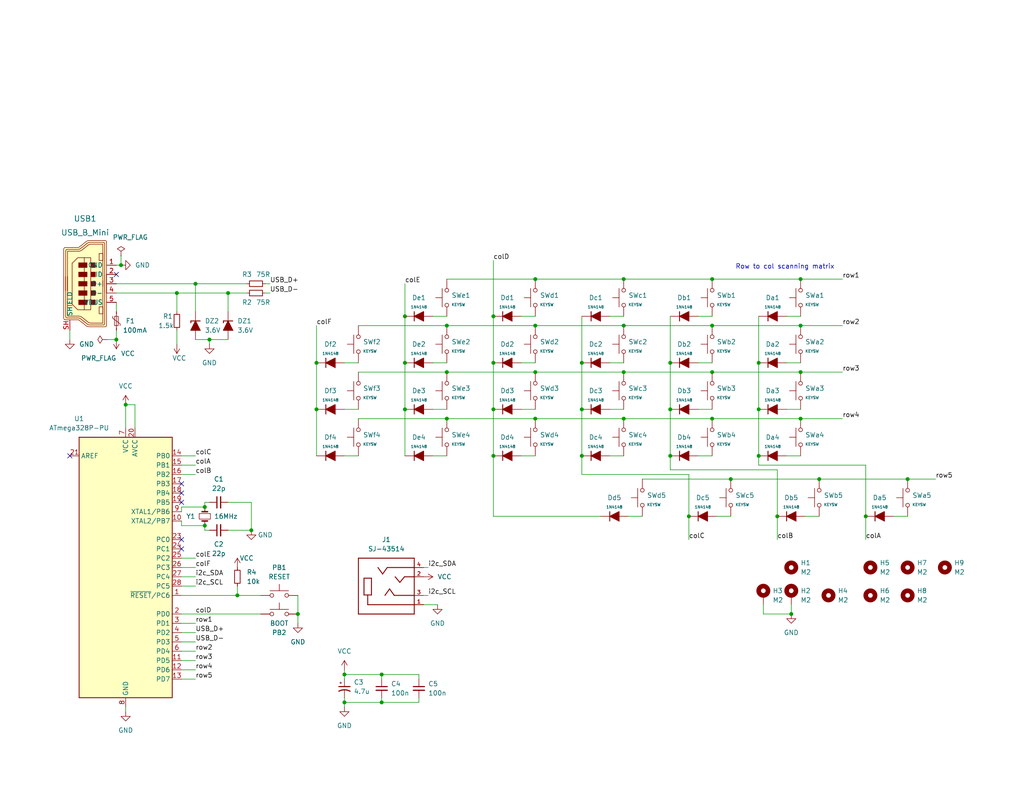
<source format=kicad_sch>
(kicad_sch (version 20211123) (generator eeschema)
  (paper "USLetter")
  (title_block (title "BlueJay Left"))
  (lib_symbols
    (symbol "BlueJaySymbolLibrary:0548190519" (pin_names (offset 1.016))
      (property "Reference" "J" (at -5.715 12.7 0))
      (property "Value" "0548190519" (at -8.255 -5.715 90))
      (symbol "0548190519_1_1"
        (pin passive line (at 7.62 5.08 180) (length 2.667) (name "GND") (number "1"))
        (pin passive line (at 7.62 2.54 180) (length 2.667) (name "ID") (number "2"))
        (pin passive line (at 7.62 0 180) (length 2.667) (name "D+") (number "3"))
        (pin passive line (at 7.62 -2.54 180) (length 2.667) (name "D-") (number "4"))
        (pin passive line (at 7.62 -5.08 180) (length 2.667) (name "VBUS") (number "5"))
        (pin passive line (at -5.08 -12.7 90) (length 2.794) (name "SHIELD") (number "SH"))
      )
    )
    (symbol "BlueJaySymbolLibrary:ATmega328P-PU"
      (property "Reference" "U" (at -12.7 36.83 0))
      (property "Value" "ATmega328P-PU" (at 2.54 -36.83 0))
      (symbol "ATmega328P-PU_1_1"
        (pin bidirectional line (at 15.24 -7.62 180) (length 2.54) (name "~{RESET}/PC6") (number "1"))
        (pin bidirectional line (at 15.24 12.7 180) (length 2.54) (name "XTAL2/PB7") (number "10"))
        (pin bidirectional line (at 15.24 -25.4 180) (length 2.54) (name "PD5") (number "11"))
        (pin bidirectional line (at 15.24 -27.94 180) (length 2.54) (name "PD6") (number "12"))
        (pin bidirectional line (at 15.24 -30.48 180) (length 2.54) (name "PD7") (number "13"))
        (pin bidirectional line (at 15.24 30.48 180) (length 2.54) (name "PB0") (number "14"))
        (pin bidirectional line (at 15.24 27.94 180) (length 2.54) (name "PB1") (number "15"))
        (pin bidirectional line (at 15.24 25.4 180) (length 2.54) (name "PB2") (number "16"))
        (pin bidirectional line (at 15.24 22.86 180) (length 2.54) (name "PB3") (number "17"))
        (pin bidirectional line (at 15.24 20.32 180) (length 2.54) (name "PB4") (number "18"))
        (pin bidirectional line (at 15.24 17.78 180) (length 2.54) (name "PB5") (number "19"))
        (pin bidirectional line (at 15.24 -12.7 180) (length 2.54) (name "PD0") (number "2"))
        (pin power_in line (at 2.54 38.1 270) (length 2.54) (name "AVCC") (number "20"))
        (pin passive line (at -15.24 30.48 0) (length 2.54) (name "AREF") (number "21"))
        (pin passive line (at 0 -38.1 90) (length 2.54) hide (name "GND") (number "22"))
        (pin bidirectional line (at 15.24 7.62 180) (length 2.54) (name "PC0") (number "23"))
        (pin bidirectional line (at 15.24 5.08 180) (length 2.54) (name "PC1") (number "24"))
        (pin bidirectional line (at 15.24 2.54 180) (length 2.54) (name "PC2") (number "25"))
        (pin bidirectional line (at 15.24 0 180) (length 2.54) (name "PC3") (number "26"))
        (pin bidirectional line (at 15.24 -2.54 180) (length 2.54) (name "PC4") (number "27"))
        (pin bidirectional line (at 15.24 -5.08 180) (length 2.54) (name "PC5") (number "28"))
        (pin bidirectional line (at 15.24 -15.24 180) (length 2.54) (name "PD1") (number "3"))
        (pin bidirectional line (at 15.24 -17.78 180) (length 2.54) (name "PD2") (number "4"))
        (pin bidirectional line (at 15.24 -20.32 180) (length 2.54) (name "PD3") (number "5"))
        (pin bidirectional line (at 15.24 -22.86 180) (length 2.54) (name "PD4") (number "6"))
        (pin power_in line (at 0 38.1 270) (length 2.54) (name "VCC") (number "7"))
        (pin power_in line (at 0 -38.1 90) (length 2.54) (name "GND") (number "8"))
        (pin bidirectional line (at 15.24 15.24 180) (length 2.54) (name "XTAL1/PB6") (number "9"))
      )
    )
    (symbol "BlueJaySymbolLibrary:C_Small" (pin_numbers hide) (pin_names (offset 0.254) hide)
      (property "Reference" "C" (at 0.254 1.778 0))
      (property "Value" "C_Small" (at 0.254 -2.032 0))
      (symbol "C_Small_1_1"
        (pin passive line (at 0 2.54 270) (length 2.032) (name "~") (number "1"))
        (pin passive line (at 0 -2.54 90) (length 2.032) (name "~") (number "2"))
      )
    )
    (symbol "BlueJaySymbolLibrary:Device_CP1_Small" (pin_numbers hide) (pin_names (offset 0.254) hide)
      (property "Reference" "C" (at 0.254 1.778 0))
      (property "Value" "Device_CP1_Small" (at 0.254 -2.032 0))
      (symbol "Device_CP1_Small_1_1"
        (pin passive line (at 0 2.54 270) (length 2.032) (name "~") (number "1"))
        (pin passive line (at 0 -2.54 90) (length 2.032) (name "~") (number "2"))
      )
    )
    (symbol "BlueJaySymbolLibrary:Device_Crystal_Small" (pin_numbers hide) (pin_names (offset 1.016) hide)
      (property "Reference" "Y" (at 0 2.54 0))
      (property "Value" "Device_Crystal_Small" (at 0 -2.54 0))
      (symbol "Device_Crystal_Small_1_1"
        (pin passive line (at -2.54 0 0) (length 1.27) (name "1") (number "1"))
        (pin passive line (at 2.54 0 180) (length 1.27) (name "2") (number "2"))
      )
    )
    (symbol "BlueJaySymbolLibrary:Device_Polyfuse_Small" (pin_numbers hide) (pin_names (offset 0))
      (property "Reference" "F" (at -1.905 0 90))
      (property "Value" "Device_Polyfuse_Small" (at 1.905 0 90))
      (symbol "Device_Polyfuse_Small_1_1"
        (pin passive line (at 0 2.54 270) (length 0.635) (name "~") (number "1"))
        (pin passive line (at 0 -2.54 90) (length 0.635) (name "~") (number "2"))
      )
    )
    (symbol "BlueJaySymbolLibrary:Device_R_Small" (pin_numbers hide) (pin_names (offset 0.254) hide)
      (property "Reference" "R" (at 0.762 0.508 0))
      (property "Value" "Device_R_Small" (at 0.762 -1.016 0))
      (symbol "Device_R_Small_1_1"
        (pin passive line (at 0 2.54 270) (length 0.762) (name "~") (number "1"))
        (pin passive line (at 0 -2.54 90) (length 0.762) (name "~") (number "2"))
      )
    )
    (symbol "BlueJaySymbolLibrary:SJ-43514" (pin_names (offset 1.016) hide)
      (property "Reference" "J" (at -7.62 8.382 0))
      (property "Value" "SJ-43514" (at -7.62 -10.16 0))
      (symbol "SJ-43514_0_0"
        (pin passive line (at 10.16 -5.08 180) (length 2.54) (name "~") (number "1"))
        (pin passive line (at 10.16 2.54 180) (length 2.54) (name "~") (number "2"))
        (pin passive line (at 10.16 -2.54 180) (length 2.54) (name "~") (number "3"))
        (pin passive line (at 10.16 5.08 180) (length 2.54) (name "~") (number "4"))
      )
    )
    (symbol "BlueJaySymbolLibrary:Switch_SW_Push" (pin_numbers hide) (pin_names (offset 1.016) hide)
      (property "Reference" "SW" (at 1.27 2.54 0))
      (property "Value" "Switch_SW_Push" (at 0 -1.524 0))
      (symbol "Switch_SW_Push_0_1"
        (pin passive line (at -5.08 0 0) (length 2.54) (name "1") (number "1"))
        (pin passive line (at 5.08 0 180) (length 2.54) (name "2") (number "2"))
      )
    )
    (symbol "Diode_AKL:1N4148" (pin_numbers hide) (pin_names (offset 1.016) hide)
      (property "Reference" "D" (at 0 5.08 0))
      (property "Value" "1N4148" (at 0 2.54 0))
      (symbol "1N4148_1_1"
        (pin passive line (at 3.81 0 180) (length 2.54) (name "K") (number "1"))
        (pin passive line (at -3.81 0 0) (length 2.54) (name "A") (number "2"))
      )
    )
    (symbol "Diode_Zener_AKL:BZX79-C3V6" (pin_numbers hide) (pin_names (offset 1.016) hide)
      (property "Reference" "DZ" (at 0 5.08 0))
      (property "Value" "BZX79-C3V6" (at 0 2.54 0))
      (symbol "BZX79-C3V6_1_1"
        (pin passive line (at 3.81 0 180) (length 2.54) (name "K") (number "1"))
        (pin passive line (at -3.81 0 0) (length 2.54) (name "A") (number "2"))
      )
    )
    (symbol "Mechanical:MountingHole" (pin_numbers hide) (pin_names (offset 1.016) hide)
      (property "Reference" "H" (at 0 5.08 0))
      (property "Value" "MountingHole" (at 0 3.175 0))
    )
    (symbol "Mechanical:MountingHole_Pad" (pin_numbers hide) (pin_names (offset 1.016) hide)
      (property "Reference" "H" (at 0 6.35 0))
      (property "Value" "MountingHole_Pad" (at 0 4.445 0))
      (symbol "MountingHole_Pad_1_1"
        (pin input line (at 0 -2.54 90) (length 2.54) (name "1") (number "1"))
      )
    )
    (symbol "power:GND" (power) (pin_names (offset 0))
      (property "Value" "GND" (at 0 -3.81 0))
      (symbol "GND_1_1"
        (pin power_in line (at 0 0 270) (length 0) hide (name "GND") (number "1"))
      )
    )
    (symbol "power:PWR_FLAG" (power) (pin_numbers hide) (pin_names (offset 0) hide)
      (property "Value" "PWR_FLAG" (at 0 3.81 0))
      (symbol "PWR_FLAG_0_0"
        (pin power_out line (at 0 0 90) (length 0) (name "pwr") (number "1"))
      )
    )
    (symbol "power:VCC" (power) (pin_names (offset 0))
      (property "Value" "VCC" (at 0 3.81 0))
      (symbol "VCC_1_1"
        (pin power_in line (at 0 0 90) (length 0) hide (name "VCC") (number "1"))
      )
    )
  )
  (junction (at 31.75 92.71))
  (junction (at 48.26 80.01))
  (junction (at 146.05 101.6))
  (junction (at 33.02 72.39))
  (junction (at 121.92 114.3))
  (junction (at 93.98 184.15))
  (junction (at 170.18 76.2))
  (junction (at 218.44 114.3))
  (junction (at 134.62 99.06))
  (junction (at 81.28 167.64))
  (junction (at 218.44 101.6))
  (junction (at 207.01 99.06))
  (junction (at 121.92 88.9))
  (junction (at 62.23 80.01))
  (junction (at 236.22 140.97))
  (junction (at 170.18 114.3))
  (junction (at 182.88 99.06))
  (junction (at 182.88 124.46))
  (junction (at 194.31 88.9))
  (junction (at 218.44 76.2))
  (junction (at 104.14 184.15))
  (junction (at 207.01 124.46))
  (junction (at 134.62 124.46))
  (junction (at 146.05 88.9))
  (junction (at 247.65 130.81))
  (junction (at 57.15 92.71))
  (junction (at 218.44 88.9))
  (junction (at 53.34 77.47))
  (junction (at 170.18 101.6))
  (junction (at 194.31 114.3))
  (junction (at 64.77 162.56))
  (junction (at 68.58 144.78))
  (junction (at 146.05 114.3))
  (junction (at 55.88 138.43))
  (junction (at 134.62 86.36))
  (junction (at 86.36 111.76))
  (junction (at 223.52 130.81))
  (junction (at 86.36 99.06))
  (junction (at 194.31 76.2))
  (junction (at 104.14 191.77))
  (junction (at 199.39 130.81))
  (junction (at 110.49 86.36))
  (junction (at 146.05 76.2))
  (junction (at 194.31 101.6))
  (junction (at 93.98 191.77))
  (junction (at 121.92 101.6))
  (junction (at 182.88 111.76))
  (junction (at 215.9 167.64))
  (junction (at 207.01 111.76))
  (junction (at 134.62 111.76))
  (junction (at 187.96 140.97))
  (junction (at 212.09 140.97))
  (junction (at 34.29 110.49))
  (junction (at 158.75 111.76))
  (junction (at 158.75 99.06))
  (junction (at 158.75 124.46))
  (junction (at 110.49 111.76))
  (junction (at 110.49 99.06))
  (junction (at 170.18 88.9))
  (junction (at 55.88 143.51))
  (no_connect (at 49.53 137.16))
  (no_connect (at 49.53 132.08))
  (no_connect (at 49.53 134.62))
  (no_connect (at 49.53 147.32))
  (no_connect (at 49.53 149.86))
  (no_connect (at 19.05 124.46))
  (no_connect (at 31.75 74.93))
  (wire (pts (xy 118.11 99.06) (xy 121.92 99.06)))
  (wire (pts (xy 207.01 99.06) (xy 207.01 111.76)))
  (wire (pts (xy 146.05 76.2) (xy 170.18 76.2)))
  (wire (pts (xy 93.98 111.76) (xy 97.79 111.76)))
  (wire (pts (xy 68.58 137.16) (xy 68.58 144.78)))
  (wire (pts (xy 57.15 92.71) (xy 57.15 93.98)))
  (wire (pts (xy 93.98 124.46) (xy 97.79 124.46)))
  (wire (pts (xy 36.83 110.49) (xy 34.29 110.49)))
  (wire (pts (xy 158.75 124.46) (xy 158.75 129.54)))
  (wire (pts (xy 48.26 90.17) (xy 48.26 93.98)))
  (wire (pts (xy 49.53 124.46) (xy 53.34 124.46)))
  (wire (pts (xy 208.28 167.64) (xy 215.9 167.64)))
  (wire (pts (xy 93.98 184.15) (xy 93.98 185.42)))
  (wire (pts (xy 49.53 138.43) (xy 49.53 139.7)))
  (wire (pts (xy 114.3 184.15) (xy 114.3 185.42)))
  (wire (pts (xy 187.96 129.54) (xy 187.96 140.97)))
  (wire (pts (xy 236.22 127) (xy 236.22 140.97)))
  (wire (pts (xy 93.98 99.06) (xy 97.79 99.06)))
  (wire (pts (xy 72.39 80.01) (xy 73.66 80.01)))
  (wire (pts (xy 142.24 99.06) (xy 146.05 99.06)))
  (wire (pts (xy 218.44 88.9) (xy 229.87 88.9)))
  (wire (pts (xy 146.05 114.3) (xy 170.18 114.3)))
  (wire (pts (xy 115.57 154.94) (xy 116.84 154.94)))
  (wire (pts (xy 166.37 86.36) (xy 170.18 86.36)))
  (wire (pts (xy 214.63 124.46) (xy 218.44 124.46)))
  (wire (pts (xy 134.62 111.76) (xy 134.62 124.46)))
  (wire (pts (xy 49.53 182.88) (xy 53.34 182.88)))
  (wire (pts (xy 223.52 130.81) (xy 247.65 130.81)))
  (wire (pts (xy 194.31 101.6) (xy 218.44 101.6)))
  (wire (pts (xy 190.5 99.06) (xy 194.31 99.06)))
  (wire (pts (xy 93.98 191.77) (xy 93.98 193.04)))
  (wire (pts (xy 55.88 138.43) (xy 49.53 138.43)))
  (wire (pts (xy 31.75 80.01) (xy 48.26 80.01)))
  (wire (pts (xy 207.01 127) (xy 236.22 127)))
  (wire (pts (xy 199.39 130.81) (xy 175.26 130.81)))
  (wire (pts (xy 142.24 124.46) (xy 146.05 124.46)))
  (wire (pts (xy 86.36 111.76) (xy 86.36 124.46)))
  (wire (pts (xy 236.22 140.97) (xy 236.22 147.32)))
  (wire (pts (xy 72.39 77.47) (xy 73.66 77.47)))
  (wire (pts (xy 194.31 76.2) (xy 218.44 76.2)))
  (wire (pts (xy 53.34 92.71) (xy 57.15 92.71)))
  (wire (pts (xy 207.01 111.76) (xy 207.01 124.46)))
  (wire (pts (xy 49.53 167.64) (xy 71.12 167.64)))
  (wire (pts (xy 190.5 111.76) (xy 194.31 111.76)))
  (wire (pts (xy 194.31 88.9) (xy 218.44 88.9)))
  (wire (pts (xy 110.49 86.36) (xy 110.49 99.06)))
  (wire (pts (xy 49.53 172.72) (xy 53.34 172.72)))
  (wire (pts (xy 166.37 99.06) (xy 170.18 99.06)))
  (wire (pts (xy 86.36 99.06) (xy 86.36 111.76)))
  (wire (pts (xy 62.23 137.16) (xy 68.58 137.16)))
  (wire (pts (xy 93.98 190.5) (xy 93.98 191.77)))
  (wire (pts (xy 49.53 162.56) (xy 64.77 162.56)))
  (wire (pts (xy 110.49 111.76) (xy 110.49 124.46)))
  (wire (pts (xy 31.75 82.55) (xy 31.75 85.09)))
  (wire (pts (xy 49.53 154.94) (xy 53.34 154.94)))
  (wire (pts (xy 182.88 99.06) (xy 182.88 111.76)))
  (wire (pts (xy 170.18 114.3) (xy 194.31 114.3)))
  (wire (pts (xy 166.37 124.46) (xy 170.18 124.46)))
  (wire (pts (xy 49.53 152.4) (xy 53.34 152.4)))
  (wire (pts (xy 49.53 175.26) (xy 53.34 175.26)))
  (wire (pts (xy 115.57 165.1) (xy 119.38 165.1)))
  (wire (pts (xy 55.88 143.51) (xy 55.88 144.78)))
  (wire (pts (xy 31.75 72.39) (xy 33.02 72.39)))
  (wire (pts (xy 55.88 143.51) (xy 49.53 143.51)))
  (wire (pts (xy 49.53 177.8) (xy 53.34 177.8)))
  (wire (pts (xy 207.01 86.36) (xy 207.01 99.06)))
  (wire (pts (xy 243.84 140.97) (xy 247.65 140.97)))
  (wire (pts (xy 182.88 86.36) (xy 182.88 99.06)))
  (wire (pts (xy 48.26 80.01) (xy 48.26 85.09)))
  (wire (pts (xy 208.28 165.1) (xy 208.28 167.64)))
  (wire (pts (xy 118.11 111.76) (xy 121.92 111.76)))
  (wire (pts (xy 31.75 77.47) (xy 53.34 77.47)))
  (wire (pts (xy 62.23 144.78) (xy 68.58 144.78)))
  (wire (pts (xy 81.28 162.56) (xy 81.28 167.64)))
  (wire (pts (xy 194.31 114.3) (xy 218.44 114.3)))
  (wire (pts (xy 49.53 185.42) (xy 53.34 185.42)))
  (wire (pts (xy 134.62 140.97) (xy 163.83 140.97)))
  (wire (pts (xy 53.34 77.47) (xy 67.31 77.47)))
  (wire (pts (xy 64.77 162.56) (xy 71.12 162.56)))
  (wire (pts (xy 218.44 101.6) (xy 229.87 101.6)))
  (wire (pts (xy 104.14 185.42) (xy 104.14 184.15)))
  (wire (pts (xy 34.29 193.04) (xy 34.29 194.31)))
  (wire (pts (xy 182.88 128.27) (xy 212.09 128.27)))
  (wire (pts (xy 86.36 88.9) (xy 86.36 99.06)))
  (wire (pts (xy 158.75 99.06) (xy 158.75 111.76)))
  (wire (pts (xy 121.92 114.3) (xy 146.05 114.3)))
  (wire (pts (xy 134.62 86.36) (xy 134.62 99.06)))
  (wire (pts (xy 62.23 80.01) (xy 67.31 80.01)))
  (wire (pts (xy 34.29 110.49) (xy 34.29 116.84)))
  (wire (pts (xy 142.24 111.76) (xy 146.05 111.76)))
  (wire (pts (xy 49.53 157.48) (xy 53.34 157.48)))
  (wire (pts (xy 187.96 140.97) (xy 187.96 147.32)))
  (wire (pts (xy 110.49 99.06) (xy 110.49 111.76)))
  (wire (pts (xy 49.53 160.02) (xy 53.34 160.02)))
  (wire (pts (xy 182.88 124.46) (xy 182.88 128.27)))
  (wire (pts (xy 182.88 111.76) (xy 182.88 124.46)))
  (wire (pts (xy 212.09 140.97) (xy 212.09 147.32)))
  (wire (pts (xy 121.92 101.6) (xy 146.05 101.6)))
  (wire (pts (xy 146.05 101.6) (xy 170.18 101.6)))
  (wire (pts (xy 121.92 88.9) (xy 146.05 88.9)))
  (wire (pts (xy 62.23 80.01) (xy 62.23 85.09)))
  (wire (pts (xy 93.98 182.88) (xy 93.98 184.15)))
  (wire (pts (xy 170.18 76.2) (xy 194.31 76.2)))
  (wire (pts (xy 166.37 111.76) (xy 170.18 111.76)))
  (wire (pts (xy 31.75 90.17) (xy 31.75 92.71)))
  (wire (pts (xy 55.88 144.78) (xy 57.15 144.78)))
  (wire (pts (xy 49.53 143.51) (xy 49.53 142.24)))
  (wire (pts (xy 64.77 160.02) (xy 64.77 162.56)))
  (wire (pts (xy 134.62 99.06) (xy 134.62 111.76)))
  (wire (pts (xy 207.01 124.46) (xy 207.01 127)))
  (wire (pts (xy 170.18 101.6) (xy 194.31 101.6)))
  (wire (pts (xy 104.14 191.77) (xy 93.98 191.77)))
  (wire (pts (xy 104.14 184.15) (xy 114.3 184.15)))
  (wire (pts (xy 214.63 99.06) (xy 218.44 99.06)))
  (wire (pts (xy 146.05 88.9) (xy 170.18 88.9)))
  (wire (pts (xy 104.14 191.77) (xy 114.3 191.77)))
  (wire (pts (xy 104.14 190.5) (xy 104.14 191.77)))
  (wire (pts (xy 212.09 128.27) (xy 212.09 140.97)))
  (wire (pts (xy 33.02 69.85) (xy 33.02 72.39)))
  (wire (pts (xy 104.14 184.15) (xy 93.98 184.15)))
  (wire (pts (xy 49.53 127) (xy 53.34 127)))
  (wire (pts (xy 158.75 111.76) (xy 158.75 124.46)))
  (wire (pts (xy 97.79 114.3) (xy 121.92 114.3)))
  (wire (pts (xy 247.65 130.81) (xy 255.27 130.81)))
  (wire (pts (xy 29.21 92.71) (xy 31.75 92.71)))
  (wire (pts (xy 57.15 92.71) (xy 62.23 92.71)))
  (wire (pts (xy 118.11 86.36) (xy 121.92 86.36)))
  (wire (pts (xy 134.62 124.46) (xy 134.62 140.97)))
  (wire (pts (xy 97.79 101.6) (xy 121.92 101.6)))
  (wire (pts (xy 214.63 86.36) (xy 218.44 86.36)))
  (wire (pts (xy 218.44 76.2) (xy 229.87 76.2)))
  (wire (pts (xy 115.57 162.56) (xy 116.84 162.56)))
  (wire (pts (xy 215.9 165.1) (xy 215.9 167.64)))
  (wire (pts (xy 171.45 140.97) (xy 175.26 140.97)))
  (wire (pts (xy 190.5 124.46) (xy 194.31 124.46)))
  (wire (pts (xy 48.26 80.01) (xy 62.23 80.01)))
  (wire (pts (xy 49.53 129.54) (xy 53.34 129.54)))
  (wire (pts (xy 55.88 137.16) (xy 57.15 137.16)))
  (wire (pts (xy 142.24 86.36) (xy 146.05 86.36)))
  (wire (pts (xy 81.28 167.64) (xy 81.28 170.18)))
  (wire (pts (xy 53.34 77.47) (xy 53.34 85.09)))
  (wire (pts (xy 214.63 111.76) (xy 218.44 111.76)))
  (wire (pts (xy 134.62 71.12) (xy 134.62 86.36)))
  (wire (pts (xy 19.05 90.17) (xy 19.05 92.71)))
  (wire (pts (xy 219.71 140.97) (xy 223.52 140.97)))
  (wire (pts (xy 114.3 191.77) (xy 114.3 190.5)))
  (wire (pts (xy 121.92 76.2) (xy 146.05 76.2)))
  (wire (pts (xy 110.49 77.47) (xy 110.49 86.36)))
  (wire (pts (xy 190.5 86.36) (xy 194.31 86.36)))
  (wire (pts (xy 195.58 140.97) (xy 199.39 140.97)))
  (wire (pts (xy 55.88 138.43) (xy 55.88 137.16)))
  (wire (pts (xy 218.44 114.3) (xy 229.87 114.3)))
  (wire (pts (xy 158.75 86.36) (xy 158.75 99.06)))
  (wire (pts (xy 158.75 129.54) (xy 187.96 129.54)))
  (wire (pts (xy 170.18 88.9) (xy 194.31 88.9)))
  (wire (pts (xy 49.53 170.18) (xy 53.34 170.18)))
  (wire (pts (xy 36.83 116.84) (xy 36.83 110.49)))
  (wire (pts (xy 118.11 124.46) (xy 121.92 124.46)))
  (wire (pts (xy 49.53 180.34) (xy 53.34 180.34)))
  (wire (pts (xy 97.79 88.9) (xy 121.92 88.9)))
  (wire (pts (xy 199.39 130.81) (xy 223.52 130.81)))
  (text "Row to col scanning matrix" (at 200.66 73.66 0) (effects (font (size 1.27 1.27)) (justify left bottom)))
  (label "i2c_SCL" (at 53.34 160.02 0))
  (label "colE" (at 110.49 77.47 0))
  (label "USB_D+" (at 53.34 172.72 0))
  (label "i2c_SDA" (at 53.34 157.48 0))
  (label "colF" (at 53.34 154.94 0))
  (label "colB" (at 212.09 147.32 0))
  (label "colD" (at 134.62 71.12 0))
  (label "row1" (at 229.87 76.2 0))
  (label "row4" (at 53.34 182.88 0))
  (label "row2" (at 229.87 88.9 0))
  (label "colC" (at 187.96 147.32 0))
  (label "colC" (at 53.34 124.46 0))
  (label "colE" (at 53.34 152.4 0))
  (label "row3" (at 53.34 180.34 0))
  (label "colF" (at 86.36 88.9 0))
  (label "i2c_SCL" (at 116.84 162.56 0))
  (label "row5" (at 53.34 185.42 0))
  (label "colD" (at 53.34 167.64 0))
  (label "USB_D+" (at 73.66 77.47 0))
  (label "row5" (at 255.27 130.81 0))
  (label "row4" (at 229.87 114.3 0))
  (label "USB_D-" (at 73.66 80.01 0))
  (label "row2" (at 53.34 177.8 0))
  (label "colA" (at 236.22 147.32 0))
  (label "row3" (at 229.87 101.6 0))
  (label "row1" (at 53.34 170.18 0))
  (label "colA" (at 53.34 127 0))
  (label "colB" (at 53.34 129.54 0))
  (label "USB_D-" (at 53.34 175.26 0))
  (label "i2c_SDA" (at 116.84 154.94 0))
  (symbol (lib_id "BlueJaySymbolLibrary:Switch_SW_Push") (at 218.44 119.38 90) (unit 1)
    (property "Reference" "SWa4" (at 219.71 118.7449 90) (effects (justify right)))
    (property "Value" "KEYSW" (at 219.71 121.2849 90) (effects (font (size 0.75 0.75)) (justify right)))
    (property "Footprint" "Switch_Keyboard_Cherry_MX:SW_Cherry_MX_PCB_1.00u" (effects hide))
  )
  (symbol (lib_id "BlueJaySymbolLibrary:Switch_SW_Push") (at 218.44 93.98 90) (unit 1)
    (property "Reference" "SWa2" (at 219.71 93.3449 90) (effects (justify right)))
    (property "Value" "KEYSW" (at 219.71 95.8849 90) (effects (font (size 0.75 0.75)) (justify right)))
    (property "Footprint" "Switch_Keyboard_Cherry_MX:SW_Cherry_MX_PCB_1.00u" (effects hide))
  )
  (symbol (lib_id "Diode_AKL:1N4148") (at 114.3 124.46 180) (unit 1)
    (property "Reference" "De4" (at 114.3 119.38 0))
    (property "Value" "1N4148" (at 114.3 121.92 0) (effects (font (size 0.75 0.75))))
    (property "Footprint" "BlueJay footprints:D_DO-35_SOD27_P5.08mm_Horizontal" (effects hide))
    (property "Datasheet" "https://datasheet.octopart.com/1N4148TR-ON-Semiconductor-datasheet-42765246.pdf" (effects hide))
  )
  (symbol (lib_id "Diode_AKL:1N4148") (at 210.82 86.36 180) (unit 1)
    (property "Reference" "Da1" (at 210.82 81.28 0))
    (property "Value" "1N4148" (at 210.82 83.82 0) (effects (font (size 0.75 0.75))))
    (property "Footprint" "BlueJay footprints:D_DO-35_SOD27_P5.08mm_Horizontal" (effects hide))
    (property "Datasheet" "https://datasheet.octopart.com/1N4148TR-ON-Semiconductor-datasheet-42765246.pdf" (effects hide))
  )
  (symbol (lib_id "Diode_AKL:1N4148") (at 162.56 124.46 180) (unit 1)
    (property "Reference" "Dc4" (at 162.56 119.38 0))
    (property "Value" "1N4148" (at 162.56 121.92 0) (effects (font (size 0.75 0.75))))
    (property "Footprint" "BlueJay footprints:D_DO-35_SOD27_P5.08mm_Horizontal" (effects hide))
    (property "Datasheet" "https://datasheet.octopart.com/1N4148TR-ON-Semiconductor-datasheet-42765246.pdf" (effects hide))
  )
  (symbol (lib_id "Diode_AKL:1N4148") (at 138.43 86.36 180) (unit 1)
    (property "Reference" "Dd1" (at 138.43 81.28 0))
    (property "Value" "1N4148" (at 138.43 83.82 0) (effects (font (size 0.75 0.75))))
    (property "Footprint" "BlueJay footprints:D_DO-35_SOD27_P5.08mm_Horizontal" (effects hide))
    (property "Datasheet" "https://datasheet.octopart.com/1N4148TR-ON-Semiconductor-datasheet-42765246.pdf" (effects hide))
  )
  (symbol (lib_id "BlueJaySymbolLibrary:Switch_SW_Push") (at 97.79 93.98 90) (unit 1)
    (property "Reference" "SWf2" (at 99.06 93.3449 90) (effects (justify right)))
    (property "Value" "KEYSW" (at 99.06 95.8849 90) (effects (font (size 0.75 0.75)) (justify right)))
    (property "Footprint" "Switch_Keyboard_Cherry_MX:SW_Cherry_MX_PCB_1.00u" (effects hide))
  )
  (symbol (lib_id "Diode_AKL:1N4148") (at 162.56 86.36 180) (unit 1)
    (property "Reference" "Dc1" (at 162.56 81.28 0))
    (property "Value" "1N4148" (at 162.56 83.82 0) (effects (font (size 0.75 0.75))))
    (property "Footprint" "BlueJay footprints:D_DO-35_SOD27_P5.08mm_Horizontal" (effects hide))
    (property "Datasheet" "https://datasheet.octopart.com/1N4148TR-ON-Semiconductor-datasheet-42765246.pdf" (effects hide))
  )
  (symbol (lib_id "BlueJaySymbolLibrary:Switch_SW_Push") (at 170.18 93.98 90) (unit 1)
    (property "Reference" "SWc2" (at 171.45 93.3449 90) (effects (justify right)))
    (property "Value" "KEYSW" (at 171.45 95.8849 90) (effects (font (size 0.75 0.75)) (justify right)))
    (property "Footprint" "Switch_Keyboard_Cherry_MX:SW_Cherry_MX_PCB_1.00u" (effects hide))
  )
  (symbol (lib_id "power:VCC") (at 115.57 157.48 270) (unit 1)
    (property "Reference" "#PWR0112" (effects hide))
    (property "Value" "VCC" (at 119.38 157.4799 90) (effects (justify left)))
  )
  (symbol (lib_id "BlueJaySymbolLibrary:Switch_SW_Push") (at 121.92 106.68 90) (unit 1)
    (property "Reference" "SWe3" (at 123.19 106.0449 90) (effects (justify right)))
    (property "Value" "KEYSW" (at 123.19 108.5849 90) (effects (font (size 0.75 0.75)) (justify right)))
    (property "Footprint" "Switch_Keyboard_Cherry_MX:SW_Cherry_MX_PCB_1.00u" (effects hide))
  )
  (symbol (lib_id "BlueJaySymbolLibrary:Device_R_Small") (at 69.85 80.01 270) (unit 1)
    (property "Reference" "R2" (at 66.04 82.55 90) (effects (justify left)))
    (property "Value" "75R" (at 69.85 82.55 90) (effects (justify left)))
    (property "Footprint" "BlueJay footprints:R_Axial_DIN0204_L3.6mm_D1.6mm_P5.08mm_Horizontal" (effects hide))
  )
  (symbol (lib_id "BlueJaySymbolLibrary:Device_CP1_Small") (at 93.98 187.96 0) (unit 1)
    (property "Reference" "C3" (at 96.52 186.2581 0) (effects (justify left)))
    (property "Value" "4.7u" (at 96.52 188.7981 0) (effects (justify left)))
    (property "Footprint" "BlueJay footprints:CP_Radial_D4.0mm_P1.50mm" (effects hide))
  )
  (symbol (lib_id "BlueJaySymbolLibrary:Switch_SW_Push") (at 146.05 106.68 90) (unit 1)
    (property "Reference" "SWd3" (at 147.32 106.0449 90) (effects (justify right)))
    (property "Value" "KEYSW" (at 147.32 108.5849 90) (effects (font (size 0.75 0.75)) (justify right)))
    (property "Footprint" "Switch_Keyboard_Cherry_MX:SW_Cherry_MX_PCB_1.00u" (effects hide))
  )
  (symbol (lib_id "power:GND") (at 57.15 93.98 0) (unit 1)
    (property "Reference" "#PWR0106" (effects hide))
    (property "Value" "GND" (at 57.15 99.06 0))
  )
  (symbol (lib_id "Diode_Zener_AKL:BZX79-C3V6") (at 53.34 88.9 90) (unit 1)
    (property "Reference" "DZ2" (at 55.88 87.6299 90) (effects (justify right)))
    (property "Value" "3.6V" (at 55.88 90.1699 90) (effects (justify right)))
    (property "Footprint" "BlueJay footprints:D_DO-35_SOD27_P5.08mm_Horizontal" (effects hide))
    (property "Datasheet" "https://www.tme.eu/Document/f5f1109860e3add59a5a537cbe664d4a/BZX79-C10.113.pdf" (effects hide))
  )
  (symbol (lib_id "BlueJaySymbolLibrary:Device_R_Small") (at 48.26 87.63 0) (unit 1)
    (property "Reference" "R1" (at 44.45 86.36 0) (effects (justify left)))
    (property "Value" "1.5k" (at 43.18 88.9 0) (effects (justify left)))
    (property "Footprint" "BlueJay footprints:R_Axial_DIN0204_L3.6mm_D1.6mm_P5.08mm_Horizontal" (effects hide))
  )
  (symbol (lib_id "BlueJaySymbolLibrary:Switch_SW_Push") (at 146.05 93.98 90) (unit 1)
    (property "Reference" "SWd2" (at 147.32 93.3449 90) (effects (justify right)))
    (property "Value" "KEYSW" (at 147.32 95.8849 90) (effects (font (size 0.75 0.75)) (justify right)))
    (property "Footprint" "Switch_Keyboard_Cherry_MX:SW_Cherry_MX_PCB_1.00u" (effects hide))
  )
  (symbol (lib_id "BlueJaySymbolLibrary:Switch_SW_Push") (at 76.2 162.56 0) (unit 1)
    (property "Reference" "PB1" (at 76.2 154.94 0))
    (property "Value" "RESET" (at 76.2 157.48 0))
    (property "Footprint" "BlueJay footprints:SW_PUSH_6mm" (effects hide))
  )
  (symbol (lib_id "power:GND") (at 34.29 194.31 0) (unit 1)
    (property "Reference" "#PWR0108" (effects hide))
    (property "Value" "GND" (at 34.29 199.39 0))
  )
  (symbol (lib_id "BlueJaySymbolLibrary:SJ-43514") (at 105.41 160.02 0) (unit 1)
    (property "Reference" "J1" (at 105.41 147.32 0))
    (property "Value" "SJ-43514" (at 105.41 149.86 0))
    (property "Footprint" "BlueJay footprints:CUI_SJ-43514" (effects hide))
    (property "Datasheet" "1.04" (effects hide))
    (property "Field4" "MANUFACTURER RECOMMENDATIONS" (effects hide))
    (property "Field5" "CUI INC" (effects hide))
    (property "MANUFACTURER" "CUI INC" (effects hide))
    (property "PART_REV" "1.04" (effects hide))
    (property "STANDARD" "MANUFACTURER RECOMMENDATIONS" (effects hide))
  )
  (symbol (lib_id "Diode_AKL:1N4148") (at 114.3 99.06 180) (unit 1)
    (property "Reference" "De2" (at 114.3 93.98 0))
    (property "Value" "1N4148" (at 114.3 96.52 0) (effects (font (size 0.75 0.75))))
    (property "Footprint" "BlueJay footprints:D_DO-35_SOD27_P5.08mm_Horizontal" (effects hide))
    (property "Datasheet" "https://datasheet.octopart.com/1N4148TR-ON-Semiconductor-datasheet-42765246.pdf" (effects hide))
  )
  (symbol (lib_id "BlueJaySymbolLibrary:Switch_SW_Push") (at 97.79 106.68 90) (unit 1)
    (property "Reference" "SWf3" (at 99.06 106.0449 90) (effects (justify right)))
    (property "Value" "KEYSW" (at 99.06 108.5849 90) (effects (font (size 0.75 0.75)) (justify right)))
    (property "Footprint" "Switch_Keyboard_Cherry_MX:SW_Cherry_MX_PCB_1.00u" (effects hide))
  )
  (symbol (lib_id "BlueJaySymbolLibrary:Switch_SW_Push") (at 194.31 106.68 90) (unit 1)
    (property "Reference" "SWb3" (at 195.58 106.0449 90) (effects (justify right)))
    (property "Value" "KEYSW" (at 195.58 108.5849 90) (effects (font (size 0.75 0.75)) (justify right)))
    (property "Footprint" "Switch_Keyboard_Cherry_MX:SW_Cherry_MX_PCB_1.00u" (effects hide))
  )
  (symbol (lib_id "Diode_AKL:1N4148") (at 90.17 99.06 180) (unit 1)
    (property "Reference" "Df2" (at 90.17 93.98 0))
    (property "Value" "1N4148" (at 90.17 96.52 0) (effects (font (size 0.75 0.75))))
    (property "Footprint" "BlueJay footprints:D_DO-35_SOD27_P5.08mm_Horizontal" (effects hide))
    (property "Datasheet" "https://datasheet.octopart.com/1N4148TR-ON-Semiconductor-datasheet-42765246.pdf" (effects hide))
  )
  (symbol (lib_id "BlueJaySymbolLibrary:Device_R_Small") (at 64.77 157.48 0) (unit 1)
    (property "Reference" "R4" (at 67.31 156.2099 0) (effects (justify left)))
    (property "Value" "10k" (at 67.31 158.7499 0) (effects (justify left)))
    (property "Footprint" "BlueJay footprints:R_Axial_DIN0204_L3.6mm_D1.6mm_P5.08mm_Horizontal" (effects hide))
  )
  (symbol (lib_id "BlueJaySymbolLibrary:Switch_SW_Push") (at 121.92 119.38 90) (unit 1)
    (property "Reference" "SWe4" (at 123.19 118.7449 90) (effects (justify right)))
    (property "Value" "KEYSW" (at 123.19 121.2849 90) (effects (font (size 0.75 0.75)) (justify right)))
    (property "Footprint" "Switch_Keyboard_Cherry_MX:SW_Cherry_MX_PCB_1.00u" (effects hide))
  )
  (symbol (lib_id "BlueJaySymbolLibrary:C_Small") (at 104.14 187.96 0) (unit 1)
    (property "Reference" "C4" (at 106.68 186.6962 0) (effects (justify left)))
    (property "Value" "100n" (at 106.68 189.2362 0) (effects (justify left)))
    (property "Footprint" "BlueJay footprints:C_Disc_D4.3mm_W1.9mm_P5.00mm" (effects hide))
  )
  (symbol (lib_id "Mechanical:MountingHole_Pad") (at 215.9 162.56 0) (unit 1)
    (property "Reference" "H2" (at 218.44 161.2899 0) (effects (justify left)))
    (property "Value" "M2" (at 218.44 163.8299 0) (effects (justify left)))
    (property "Footprint" "MountingHole:MountingHole_2.2mm_M2_Pad" (effects hide))
  )
  (symbol (lib_id "power:GND") (at 93.98 193.04 0) (unit 1)
    (property "Reference" "#PWR0102" (effects hide))
    (property "Value" "GND" (at 93.98 198.12 0))
  )
  (symbol (lib_id "power:VCC") (at 31.75 92.71 180) (unit 1)
    (property "Reference" "#PWR0107" (effects hide))
    (property "Value" "VCC" (at 36.83 96.52 0) (effects (justify left)))
  )
  (symbol (lib_id "BlueJaySymbolLibrary:Switch_SW_Push") (at 175.26 135.89 90) (unit 1)
    (property "Reference" "SWd5" (at 176.53 135.2549 90) (effects (justify right)))
    (property "Value" "KEYSW" (at 176.53 137.7949 90) (effects (font (size 0.75 0.75)) (justify right)))
    (property "Footprint" "Switch_Keyboard_Cherry_MX:SW_Cherry_MX_PCB_1.00u" (effects hide))
  )
  (symbol (lib_id "BlueJaySymbolLibrary:Switch_SW_Push") (at 170.18 106.68 90) (unit 1)
    (property "Reference" "SWc3" (at 171.45 106.0449 90) (effects (justify right)))
    (property "Value" "KEYSW" (at 171.45 108.5849 90) (effects (font (size 0.75 0.75)) (justify right)))
    (property "Footprint" "Switch_Keyboard_Cherry_MX:SW_Cherry_MX_PCB_1.00u" (effects hide))
  )
  (symbol (lib_id "BlueJaySymbolLibrary:C_Small") (at 114.3 187.96 0) (unit 1)
    (property "Reference" "C5" (at 116.84 186.6962 0) (effects (justify left)))
    (property "Value" "100n" (at 116.84 189.2362 0) (effects (justify left)))
    (property "Footprint" "BlueJay footprints:C_Disc_D4.3mm_W1.9mm_P5.00mm" (effects hide))
  )
  (symbol (lib_id "Diode_AKL:1N4148") (at 186.69 99.06 180) (unit 1)
    (property "Reference" "Db2" (at 186.69 93.98 0))
    (property "Value" "1N4148" (at 186.69 96.52 0) (effects (font (size 0.75 0.75))))
    (property "Footprint" "BlueJay footprints:D_DO-35_SOD27_P5.08mm_Horizontal" (effects hide))
    (property "Datasheet" "https://datasheet.octopart.com/1N4148TR-ON-Semiconductor-datasheet-42765246.pdf" (effects hide))
  )
  (symbol (lib_id "BlueJaySymbolLibrary:Switch_SW_Push") (at 170.18 81.28 90) (unit 1)
    (property "Reference" "SWc1" (at 171.45 80.6449 90) (effects (justify right)))
    (property "Value" "KEYSW" (at 171.45 83.1849 90) (effects (font (size 0.75 0.75)) (justify right)))
    (property "Footprint" "Switch_Keyboard_Cherry_MX:SW_Cherry_MX_PCB_1.00u" (effects hide))
  )
  (symbol (lib_id "Diode_AKL:1N4148") (at 138.43 124.46 180) (unit 1)
    (property "Reference" "Dd4" (at 138.43 119.38 0))
    (property "Value" "1N4148" (at 138.43 121.92 0) (effects (font (size 0.75 0.75))))
    (property "Footprint" "BlueJay footprints:D_DO-35_SOD27_P5.08mm_Horizontal" (effects hide))
    (property "Datasheet" "https://datasheet.octopart.com/1N4148TR-ON-Semiconductor-datasheet-42765246.pdf" (effects hide))
  )
  (symbol (lib_id "Mechanical:MountingHole_Pad") (at 208.28 162.56 0) (unit 1)
    (property "Reference" "H3" (at 210.82 161.2899 0) (effects (justify left)))
    (property "Value" "M2" (at 210.82 163.8299 0) (effects (justify left)))
    (property "Footprint" "MountingHole:MountingHole_2.2mm_M2_Pad" (effects hide))
  )
  (symbol (lib_id "power:PWR_FLAG") (at 29.21 92.71 90) (unit 1)
    (property "Reference" "#FLG0101" (effects hide))
    (property "Value" "PWR_FLAG" (at 31.75 97.79 90) (effects (justify left)))
  )
  (symbol (lib_id "Diode_AKL:1N4148") (at 114.3 111.76 180) (unit 1)
    (property "Reference" "De3" (at 114.3 106.68 0))
    (property "Value" "1N4148" (at 114.3 109.22 0) (effects (font (size 0.75 0.75))))
    (property "Footprint" "BlueJay footprints:D_DO-35_SOD27_P5.08mm_Horizontal" (effects hide))
    (property "Datasheet" "https://datasheet.octopart.com/1N4148TR-ON-Semiconductor-datasheet-42765246.pdf" (effects hide))
  )
  (symbol (lib_id "BlueJaySymbolLibrary:Switch_SW_Push") (at 97.79 119.38 90) (unit 1)
    (property "Reference" "SWf4" (at 99.06 118.7449 90) (effects (justify right)))
    (property "Value" "KEYSW" (at 99.06 121.2849 90) (effects (font (size 0.75 0.75)) (justify right)))
    (property "Footprint" "Switch_Keyboard_Cherry_MX:SW_Cherry_MX_PCB_1.00u" (effects hide))
  )
  (symbol (lib_id "BlueJaySymbolLibrary:Switch_SW_Push") (at 146.05 119.38 90) (unit 1)
    (property "Reference" "SWd4" (at 147.32 118.7449 90) (effects (justify right)))
    (property "Value" "KEYSW" (at 147.32 121.2849 90) (effects (font (size 0.75 0.75)) (justify right)))
    (property "Footprint" "Switch_Keyboard_Cherry_MX:SW_Cherry_MX_PCB_1.00u" (effects hide))
  )
  (symbol (lib_id "Diode_AKL:1N4148") (at 210.82 99.06 180) (unit 1)
    (property "Reference" "Da2" (at 210.82 93.98 0))
    (property "Value" "1N4148" (at 210.82 96.52 0) (effects (font (size 0.75 0.75))))
    (property "Footprint" "BlueJay footprints:D_DO-35_SOD27_P5.08mm_Horizontal" (effects hide))
    (property "Datasheet" "https://datasheet.octopart.com/1N4148TR-ON-Semiconductor-datasheet-42765246.pdf" (effects hide))
  )
  (symbol (lib_id "Diode_AKL:1N4148") (at 210.82 124.46 180) (unit 1)
    (property "Reference" "Da4" (at 210.82 119.38 0))
    (property "Value" "1N4148" (at 210.82 121.92 0) (effects (font (size 0.75 0.75))))
    (property "Footprint" "BlueJay footprints:D_DO-35_SOD27_P5.08mm_Horizontal" (effects hide))
    (property "Datasheet" "https://datasheet.octopart.com/1N4148TR-ON-Semiconductor-datasheet-42765246.pdf" (effects hide))
  )
  (symbol (lib_id "power:GND") (at 119.38 165.1 0) (unit 1)
    (property "Reference" "#PWR0113" (effects hide))
    (property "Value" "GND" (at 119.38 170.18 0))
  )
  (symbol (lib_id "BlueJaySymbolLibrary:Switch_SW_Push") (at 121.92 93.98 90) (unit 1)
    (property "Reference" "SWe2" (at 123.19 93.3449 90) (effects (justify right)))
    (property "Value" "KEYSW" (at 123.19 95.8849 90) (effects (font (size 0.75 0.75)) (justify right)))
    (property "Footprint" "Switch_Keyboard_Cherry_MX:SW_Cherry_MX_PCB_1.00u" (effects hide))
  )
  (symbol (lib_id "Mechanical:MountingHole") (at 237.49 162.56 0) (unit 1) (in_bom no)
    (property "Reference" "H6" (at 240.03 161.2899 0) (effects (justify left)))
    (property "Value" "M2" (at 240.03 163.8299 0) (effects (justify left)))
    (property "Footprint" "MountingHole:MountingHole_2.2mm_M2_Pad" (effects hide))
  )
  (symbol (lib_id "BlueJaySymbolLibrary:0548190519") (at 24.13 77.47 0) (unit 1)
    (property "Reference" "USB1" (at 23.241 59.69 0) (effects (font (size 1.524 1.524))))
    (property "Value" "USB_B_Mini" (at 23.241 63.5 0) (effects (font (size 1.524 1.524))))
    (property "Footprint" "BlueJay footprints:USB_Mini_B_Female_548190519" (effects hide))
    (property "Datasheet" "https://www.molex.com/pdm_docs/sd/548190519_sd.pdf" (effects hide))
    (property "Digi-Key_PN" "WM17115-ND" (effects hide))
    (property "MPN" "0548190519" (effects hide))
    (property "Category" "Connectors, Interconnects" (effects hide))
    (property "Family" "USB, DVI, HDMI Connectors" (effects hide))
    (property "DK_Datasheet_Link" "https://www.molex.com/pdm_docs/sd/548190519_sd.pdf" (effects hide))
    (property "DK_Detail_Page" "/product-detail/en/molex/0548190519/WM17115-ND/773802" (effects hide))
    (property "Description" "CONN RCPT USB2.0 MINI B 5P R/A" (effects hide))
    (property "Manufacturer" "Molex" (effects hide))
    (property "Status" "Active" (effects hide))
  )
  (symbol (lib_id "Mechanical:MountingHole") (at 237.49 154.94 0) (unit 1) (in_bom no)
    (property "Reference" "H5" (at 240.03 153.6699 0) (effects (justify left)))
    (property "Value" "M2" (at 240.03 156.2099 0) (effects (justify left)))
    (property "Footprint" "MountingHole:MountingHole_2.2mm_M2_Pad" (effects hide))
  )
  (symbol (lib_id "BlueJaySymbolLibrary:C_Small") (at 59.69 137.16 90) (unit 1)
    (property "Reference" "C1" (at 59.6963 130.81 90))
    (property "Value" "22p" (at 59.6963 133.35 90))
    (property "Footprint" "BlueJay footprints:C_Disc_D3.0mm_W1.6mm_P2.50mm" (effects hide))
  )
  (symbol (lib_id "BlueJaySymbolLibrary:Device_R_Small") (at 69.85 77.47 270) (unit 1)
    (property "Reference" "R3" (at 66.04 74.93 90) (effects (justify left)))
    (property "Value" "75R" (at 69.85 74.93 90) (effects (justify left)))
    (property "Footprint" "BlueJay footprints:R_Axial_DIN0204_L3.6mm_D1.6mm_P5.08mm_Horizontal" (effects hide))
  )
  (symbol (lib_id "BlueJaySymbolLibrary:Switch_SW_Push") (at 170.18 119.38 90) (unit 1)
    (property "Reference" "SWc4" (at 171.45 118.7449 90) (effects (justify right)))
    (property "Value" "KEYSW" (at 171.45 121.2849 90) (effects (font (size 0.75 0.75)) (justify right)))
    (property "Footprint" "Switch_Keyboard_Cherry_MX:SW_Cherry_MX_PCB_1.00u" (effects hide))
  )
  (symbol (lib_id "Diode_Zener_AKL:BZX79-C3V6") (at 62.23 88.9 90) (unit 1)
    (property "Reference" "DZ1" (at 64.77 87.6299 90) (effects (justify right)))
    (property "Value" "3.6V" (at 64.77 90.1699 90) (effects (justify right)))
    (property "Footprint" "BlueJay footprints:D_DO-35_SOD27_P5.08mm_Horizontal" (effects hide))
    (property "Datasheet" "https://www.tme.eu/Document/f5f1109860e3add59a5a537cbe664d4a/BZX79-C10.113.pdf" (effects hide))
  )
  (symbol (lib_id "Diode_AKL:1N4148") (at 186.69 124.46 180) (unit 1)
    (property "Reference" "Db4" (at 186.69 119.38 0))
    (property "Value" "1N4148" (at 186.69 121.92 0) (effects (font (size 0.75 0.75))))
    (property "Footprint" "BlueJay footprints:D_DO-35_SOD27_P5.08mm_Horizontal" (effects hide))
    (property "Datasheet" "https://datasheet.octopart.com/1N4148TR-ON-Semiconductor-datasheet-42765246.pdf" (effects hide))
  )
  (symbol (lib_id "power:PWR_FLAG") (at 33.02 69.85 0) (unit 1)
    (property "Reference" "#FLG0102" (effects hide))
    (property "Value" "PWR_FLAG" (at 35.56 64.77 0))
  )
  (symbol (lib_id "BlueJaySymbolLibrary:Switch_SW_Push") (at 194.31 93.98 90) (unit 1)
    (property "Reference" "SWb2" (at 195.58 93.3449 90) (effects (justify right)))
    (property "Value" "KEYSW" (at 195.58 95.8849 90) (effects (font (size 0.75 0.75)) (justify right)))
    (property "Footprint" "Switch_Keyboard_Cherry_MX:SW_Cherry_MX_PCB_1.00u" (effects hide))
  )
  (symbol (lib_id "Diode_AKL:1N4148") (at 114.3 86.36 180) (unit 1)
    (property "Reference" "De1" (at 114.3 81.28 0))
    (property "Value" "1N4148" (at 114.3 83.82 0) (effects (font (size 0.75 0.75))))
    (property "Footprint" "BlueJay footprints:D_DO-35_SOD27_P5.08mm_Horizontal" (effects hide))
    (property "Datasheet" "https://datasheet.octopart.com/1N4148TR-ON-Semiconductor-datasheet-42765246.pdf" (effects hide))
  )
  (symbol (lib_id "power:VCC") (at 93.98 182.88 0) (unit 1)
    (property "Reference" "#PWR0101" (effects hide))
    (property "Value" "VCC" (at 93.98 177.8 0))
  )
  (symbol (lib_id "power:GND") (at 33.02 72.39 90) (unit 1)
    (property "Reference" "#PWR0103" (effects hide))
    (property "Value" "GND" (at 36.83 72.39 90) (effects (justify right)))
  )
  (symbol (lib_id "Mechanical:MountingHole") (at 257.81 154.94 0) (unit 1) (in_bom no)
    (property "Reference" "H9" (at 260.35 153.6699 0) (effects (justify left)))
    (property "Value" "M2" (at 260.35 156.2099 0) (effects (justify left)))
    (property "Footprint" "MountingHole:MountingHole_2.2mm_M2_Pad" (effects hide))
  )
  (symbol (lib_id "Diode_AKL:1N4148") (at 162.56 99.06 180) (unit 1)
    (property "Reference" "Dc2" (at 162.56 93.98 0))
    (property "Value" "1N4148" (at 162.56 96.52 0) (effects (font (size 0.75 0.75))))
    (property "Footprint" "BlueJay footprints:D_DO-35_SOD27_P5.08mm_Horizontal" (effects hide))
    (property "Datasheet" "https://datasheet.octopart.com/1N4148TR-ON-Semiconductor-datasheet-42765246.pdf" (effects hide))
  )
  (symbol (lib_id "power:GND") (at 81.28 170.18 0) (unit 1)
    (property "Reference" "#PWR0111" (effects hide))
    (property "Value" "GND" (at 81.28 175.26 0))
  )
  (symbol (lib_id "Diode_AKL:1N4148") (at 186.69 86.36 180) (unit 1)
    (property "Reference" "Db1" (at 186.69 81.28 0))
    (property "Value" "1N4148" (at 186.69 83.82 0) (effects (font (size 0.75 0.75))))
    (property "Footprint" "BlueJay footprints:D_DO-35_SOD27_P5.08mm_Horizontal" (effects hide))
    (property "Datasheet" "https://datasheet.octopart.com/1N4148TR-ON-Semiconductor-datasheet-42765246.pdf" (effects hide))
  )
  (symbol (lib_id "Diode_AKL:1N4148") (at 215.9 140.97 180) (unit 1)
    (property "Reference" "Db5" (at 215.9 135.89 0))
    (property "Value" "1N4148" (at 215.9 138.43 0) (effects (font (size 0.75 0.75))))
    (property "Footprint" "BlueJay footprints:D_DO-35_SOD27_P5.08mm_Horizontal" (effects hide))
    (property "Datasheet" "https://datasheet.octopart.com/1N4148TR-ON-Semiconductor-datasheet-42765246.pdf" (effects hide))
  )
  (symbol (lib_id "Mechanical:MountingHole") (at 247.65 154.94 0) (unit 1) (in_bom no)
    (property "Reference" "H7" (at 250.19 153.6699 0) (effects (justify left)))
    (property "Value" "M2" (at 250.19 156.2099 0) (effects (justify left)))
    (property "Footprint" "MountingHole:MountingHole_2.2mm_M2_Pad" (effects hide))
  )
  (symbol (lib_id "Diode_AKL:1N4148") (at 138.43 99.06 180) (unit 1)
    (property "Reference" "Dd2" (at 138.43 93.98 0))
    (property "Value" "1N4148" (at 138.43 96.52 0) (effects (font (size 0.75 0.75))))
    (property "Footprint" "BlueJay footprints:D_DO-35_SOD27_P5.08mm_Horizontal" (effects hide))
    (property "Datasheet" "https://datasheet.octopart.com/1N4148TR-ON-Semiconductor-datasheet-42765246.pdf" (effects hide))
  )
  (symbol (lib_id "BlueJaySymbolLibrary:Switch_SW_Push") (at 121.92 81.28 90) (unit 1)
    (property "Reference" "SWe1" (at 123.19 80.6449 90) (effects (justify right)))
    (property "Value" "KEYSW" (at 123.19 83.1849 90) (effects (font (size 0.75 0.75)) (justify right)))
    (property "Footprint" "Switch_Keyboard_Cherry_MX:SW_Cherry_MX_PCB_1.00u" (effects hide))
  )
  (symbol (lib_id "Diode_AKL:1N4148") (at 210.82 111.76 180) (unit 1)
    (property "Reference" "Da3" (at 210.82 106.68 0))
    (property "Value" "1N4148" (at 210.82 109.22 0) (effects (font (size 0.75 0.75))))
    (property "Footprint" "BlueJay footprints:D_DO-35_SOD27_P5.08mm_Horizontal" (effects hide))
    (property "Datasheet" "https://datasheet.octopart.com/1N4148TR-ON-Semiconductor-datasheet-42765246.pdf" (effects hide))
  )
  (symbol (lib_id "Diode_AKL:1N4148") (at 167.64 140.97 180) (unit 1)
    (property "Reference" "Dd5" (at 167.64 135.89 0))
    (property "Value" "1N4148" (at 167.64 138.43 0) (effects (font (size 0.75 0.75))))
    (property "Footprint" "BlueJay footprints:D_DO-35_SOD27_P5.08mm_Horizontal" (effects hide))
    (property "Datasheet" "https://datasheet.octopart.com/1N4148TR-ON-Semiconductor-datasheet-42765246.pdf" (effects hide))
  )
  (symbol (lib_id "BlueJaySymbolLibrary:C_Small") (at 59.69 144.78 90) (unit 1)
    (property "Reference" "C2" (at 59.69 148.59 90))
    (property "Value" "22p" (at 59.69 151.13 90))
    (property "Footprint" "BlueJay footprints:C_Disc_D3.0mm_W1.6mm_P2.50mm" (effects hide))
  )
  (symbol (lib_id "BlueJaySymbolLibrary:Device_Crystal_Small") (at 55.88 140.97 90) (unit 1)
    (property "Reference" "Y1" (at 50.8 140.97 90) (effects (justify right)))
    (property "Value" "16MHz" (at 58.42 140.97 90) (effects (justify right)))
    (property "Footprint" "BlueJay footprints:Crystal_HC49-4H_Vertical" (effects hide))
  )
  (symbol (lib_id "Mechanical:MountingHole") (at 247.65 162.56 0) (unit 1) (in_bom no)
    (property "Reference" "H8" (at 250.19 161.2899 0) (effects (justify left)))
    (property "Value" "M2" (at 250.19 163.8299 0) (effects (justify left)))
    (property "Footprint" "MountingHole:MountingHole_2.2mm_M2_Pad" (effects hide))
  )
  (symbol (lib_id "BlueJaySymbolLibrary:Switch_SW_Push") (at 194.31 81.28 90) (unit 1)
    (property "Reference" "SWb1" (at 195.58 80.6449 90) (effects (justify right)))
    (property "Value" "KEYSW" (at 195.58 83.1849 90) (effects (font (size 0.75 0.75)) (justify right)))
    (property "Footprint" "Switch_Keyboard_Cherry_MX:SW_Cherry_MX_PCB_1.00u" (effects hide))
  )
  (symbol (lib_id "BlueJaySymbolLibrary:Switch_SW_Push") (at 223.52 135.89 90) (unit 1)
    (property "Reference" "SWb5" (at 224.79 135.2549 90) (effects (justify right)))
    (property "Value" "KEYSW" (at 224.79 137.7949 90) (effects (font (size 0.75 0.75)) (justify right)))
    (property "Footprint" "Switch_Keyboard_Cherry_MX:SW_Cherry_MX_PCB_1.00u" (effects hide))
  )
  (symbol (lib_id "power:GND") (at 215.9 167.64 0) (unit 1)
    (property "Reference" "#PWR?" (effects hide))
    (property "Value" "GND" (at 215.9 172.72 0))
  )
  (symbol (lib_id "power:VCC") (at 64.77 154.94 0) (unit 1)
    (property "Reference" "#PWR0110" (effects hide))
    (property "Value" "VCC" (at 67.31 152.4 0))
  )
  (symbol (lib_id "Diode_AKL:1N4148") (at 240.03 140.97 180) (unit 1)
    (property "Reference" "Da5" (at 240.03 135.89 0))
    (property "Value" "1N4148" (at 240.03 138.43 0) (effects (font (size 0.75 0.75))))
    (property "Footprint" "BlueJay footprints:D_DO-35_SOD27_P5.08mm_Horizontal" (effects hide))
    (property "Datasheet" "https://datasheet.octopart.com/1N4148TR-ON-Semiconductor-datasheet-42765246.pdf" (effects hide))
  )
  (symbol (lib_id "Diode_AKL:1N4148") (at 90.17 124.46 180) (unit 1)
    (property "Reference" "Df4" (at 90.17 119.38 0))
    (property "Value" "1N4148" (at 90.17 121.92 0) (effects (font (size 0.75 0.75))))
    (property "Footprint" "BlueJay footprints:D_DO-35_SOD27_P5.08mm_Horizontal" (effects hide))
    (property "Datasheet" "https://datasheet.octopart.com/1N4148TR-ON-Semiconductor-datasheet-42765246.pdf" (effects hide))
  )
  (symbol (lib_id "BlueJaySymbolLibrary:Switch_SW_Push") (at 218.44 81.28 90) (unit 1)
    (property "Reference" "SWa1" (at 219.71 80.6449 90) (effects (justify right)))
    (property "Value" "KEYSW" (at 219.71 83.1849 90) (effects (font (size 0.75 0.75)) (justify right)))
    (property "Footprint" "Switch_Keyboard_Cherry_MX:SW_Cherry_MX_PCB_1.00u" (effects hide))
  )
  (symbol (lib_id "Diode_AKL:1N4148") (at 162.56 111.76 180) (unit 1)
    (property "Reference" "Dc3" (at 162.56 106.68 0))
    (property "Value" "1N4148" (at 162.56 109.22 0) (effects (font (size 0.75 0.75))))
    (property "Footprint" "BlueJay footprints:D_DO-35_SOD27_P5.08mm_Horizontal" (effects hide))
    (property "Datasheet" "https://datasheet.octopart.com/1N4148TR-ON-Semiconductor-datasheet-42765246.pdf" (effects hide))
  )
  (symbol (lib_id "Diode_AKL:1N4148") (at 138.43 111.76 180) (unit 1)
    (property "Reference" "Dd3" (at 138.43 106.68 0))
    (property "Value" "1N4148" (at 138.43 109.22 0) (effects (font (size 0.75 0.75))))
    (property "Footprint" "BlueJay footprints:D_DO-35_SOD27_P5.08mm_Horizontal" (effects hide))
    (property "Datasheet" "https://datasheet.octopart.com/1N4148TR-ON-Semiconductor-datasheet-42765246.pdf" (effects hide))
  )
  (symbol (lib_id "Mechanical:MountingHole") (at 226.06 162.56 0) (unit 1) (in_bom no)
    (property "Reference" "H4" (at 228.6 161.2899 0) (effects (justify left)))
    (property "Value" "M2" (at 228.6 163.8299 0) (effects (justify left)))
    (property "Footprint" "MountingHole:MountingHole_2.2mm_M2_Pad" (effects hide))
  )
  (symbol (lib_id "BlueJaySymbolLibrary:Switch_SW_Push") (at 247.65 135.89 90) (unit 1)
    (property "Reference" "SWa5" (at 248.92 135.2549 90) (effects (justify right)))
    (property "Value" "KEYSW" (at 248.92 137.7949 90) (effects (font (size 0.75 0.75)) (justify right)))
    (property "Footprint" "Switch_Keyboard_Cherry_MX:SW_Cherry_MX_PCB_1.00u" (effects hide))
  )
  (symbol (lib_id "Mechanical:MountingHole") (at 215.9 154.94 0) (unit 1) (in_bom no)
    (property "Reference" "H1" (at 218.44 153.6699 0) (effects (justify left)))
    (property "Value" "M2" (at 218.44 156.2099 0) (effects (justify left)))
    (property "Footprint" "MountingHole:MountingHole_2.2mm_M2_Pad" (effects hide))
  )
  (symbol (lib_id "Diode_AKL:1N4148") (at 90.17 111.76 180) (unit 1)
    (property "Reference" "Df3" (at 90.17 106.68 0))
    (property "Value" "1N4148" (at 90.17 109.22 0) (effects (font (size 0.75 0.75))))
    (property "Footprint" "BlueJay footprints:D_DO-35_SOD27_P5.08mm_Horizontal" (effects hide))
    (property "Datasheet" "https://datasheet.octopart.com/1N4148TR-ON-Semiconductor-datasheet-42765246.pdf" (effects hide))
  )
  (symbol (lib_id "power:GND") (at 19.05 92.71 0) (unit 1)
    (property "Reference" "#PWR0114" (effects hide))
    (property "Value" "GND" (at 21.59 93.9799 0) (effects (justify left)))
  )
  (symbol (lib_id "BlueJaySymbolLibrary:Switch_SW_Push") (at 76.2 167.64 0) (unit 1)
    (property "Reference" "PB2" (at 76.2 172.72 0))
    (property "Value" "BOOT" (at 76.2 170.18 0))
    (property "Footprint" "BlueJay footprints:SW_PUSH_6mm" (effects hide))
  )
  (symbol (lib_id "power:VCC") (at 34.29 110.49 0) (unit 1)
    (property "Reference" "#PWR0104" (effects hide))
    (property "Value" "VCC" (at 34.29 105.41 0))
  )
  (symbol (lib_id "BlueJaySymbolLibrary:Switch_SW_Push") (at 146.05 81.28 90) (unit 1)
    (property "Reference" "SWd1" (at 147.32 80.6449 90) (effects (justify right)))
    (property "Value" "KEYSW" (at 147.32 83.1849 90) (effects (font (size 0.75 0.75)) (justify right)))
    (property "Footprint" "Switch_Keyboard_Cherry_MX:SW_Cherry_MX_PCB_1.00u" (effects hide))
  )
  (symbol (lib_id "BlueJaySymbolLibrary:Switch_SW_Push") (at 218.44 106.68 90) (unit 1)
    (property "Reference" "SWa3" (at 219.71 106.0449 90) (effects (justify right)))
    (property "Value" "KEYSW" (at 219.71 108.5849 90) (effects (font (size 0.75 0.75)) (justify right)))
    (property "Footprint" "Switch_Keyboard_Cherry_MX:SW_Cherry_MX_PCB_1.00u" (effects hide))
  )
  (symbol (lib_id "BlueJaySymbolLibrary:Device_Polyfuse_Small") (at 31.75 87.63 180) (unit 1)
    (property "Reference" "F1" (at 35.56 87.63 0))
    (property "Value" "100mA" (at 36.83 90.17 0))
    (property "Footprint" "BlueJay footprints:polyfuse_5.1mm" (effects hide))
  )
  (symbol (lib_id "BlueJaySymbolLibrary:Switch_SW_Push") (at 194.31 119.38 90) (unit 1)
    (property "Reference" "SWb4" (at 195.58 118.7449 90) (effects (justify right)))
    (property "Value" "KEYSW" (at 195.58 121.2849 90) (effects (font (size 0.75 0.75)) (justify right)))
    (property "Footprint" "Switch_Keyboard_Cherry_MX:SW_Cherry_MX_PCB_1.00u" (effects hide))
  )
  (symbol (lib_id "BlueJaySymbolLibrary:Switch_SW_Push") (at 199.39 135.89 90) (unit 1)
    (property "Reference" "SWc5" (at 200.66 135.2549 90) (effects (justify right)))
    (property "Value" "KEYSW" (at 200.66 137.7949 90) (effects (font (size 0.75 0.75)) (justify right)))
    (property "Footprint" "Switch_Keyboard_Cherry_MX:SW_Cherry_MX_PCB_1.00u" (effects hide))
  )
  (symbol (lib_id "power:VCC") (at 48.26 93.98 180) (unit 1)
    (property "Reference" "#PWR0105" (effects hide))
    (property "Value" "VCC" (at 46.99 97.79 0) (effects (justify right)))
  )
  (symbol (lib_id "Diode_AKL:1N4148") (at 191.77 140.97 180) (unit 1)
    (property "Reference" "Dc5" (at 191.77 135.89 0))
    (property "Value" "1N4148" (at 191.77 138.43 0) (effects (font (size 0.75 0.75))))
    (property "Footprint" "BlueJay footprints:D_DO-35_SOD27_P5.08mm_Horizontal" (effects hide))
    (property "Datasheet" "https://datasheet.octopart.com/1N4148TR-ON-Semiconductor-datasheet-42765246.pdf" (effects hide))
  )
  (symbol (lib_id "power:GND") (at 68.58 144.78 0) (unit 1)
    (property "Reference" "#PWR0109" (effects hide))
    (property "Value" "GND" (at 72.39 146.05 0))
  )
  (symbol (lib_id "BlueJaySymbolLibrary:ATmega328P-PU") (at 34.29 154.94 0) (unit 1)
    (property "Reference" "U1" (at 21.59 114.3 0))
    (property "Value" "ATmega328P-PU" (at 21.59 116.84 0))
    (property "Footprint" "Package_DIP_AKL:DIP-28_W7.62mm_Socket" (effects hide))
  )
  (symbol (lib_id "Diode_AKL:1N4148") (at 186.69 111.76 180) (unit 1)
    (property "Reference" "Db3" (at 186.69 106.68 0))
    (property "Value" "1N4148" (at 186.69 109.22 0) (effects (font (size 0.75 0.75))))
    (property "Footprint" "BlueJay footprints:D_DO-35_SOD27_P5.08mm_Horizontal" (effects hide))
    (property "Datasheet" "https://datasheet.octopart.com/1N4148TR-ON-Semiconductor-datasheet-42765246.pdf" (effects hide))
  )
)
</source>
